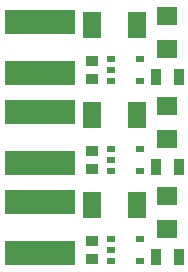
<source format=gtp>
G04 (created by PCBNEW (2013-june-11)-stable) date Thu 23 Jan 2014 03:09:13 PM PST*
%MOIN*%
G04 Gerber Fmt 3.4, Leading zero omitted, Abs format*
%FSLAX34Y34*%
G01*
G70*
G90*
G04 APERTURE LIST*
%ADD10C,0.00590551*%
%ADD11R,0.0314961X0.0216535*%
%ADD12R,0.035X0.055*%
%ADD13R,0.23622X0.0787402*%
%ADD14R,0.063X0.0866*%
%ADD15R,0.071X0.063*%
%ADD16R,0.0394X0.0354*%
G04 APERTURE END LIST*
G54D10*
G54D11*
X95377Y-35124D03*
X95377Y-34750D03*
X95377Y-34375D03*
X96322Y-35124D03*
X96322Y-34375D03*
X95377Y-32124D03*
X95377Y-31750D03*
X95377Y-31375D03*
X96322Y-32124D03*
X96322Y-31375D03*
X95377Y-38124D03*
X95377Y-37750D03*
X95377Y-37375D03*
X96322Y-38124D03*
X96322Y-37375D03*
G54D12*
X96875Y-32000D03*
X97625Y-32000D03*
X96875Y-35000D03*
X97625Y-35000D03*
X96875Y-38000D03*
X97625Y-38000D03*
G54D13*
X93000Y-31846D03*
X93000Y-30153D03*
X93000Y-34846D03*
X93000Y-33153D03*
X93000Y-37846D03*
X93000Y-36153D03*
G54D14*
X94752Y-33250D03*
X96248Y-33250D03*
X94752Y-36250D03*
X96248Y-36250D03*
X94752Y-30250D03*
X96248Y-30250D03*
G54D15*
X97250Y-37050D03*
X97250Y-35950D03*
X97250Y-34050D03*
X97250Y-32950D03*
X97250Y-31050D03*
X97250Y-29950D03*
G54D16*
X94750Y-37454D03*
X94750Y-38046D03*
X94750Y-34454D03*
X94750Y-35046D03*
X94750Y-31454D03*
X94750Y-32046D03*
M02*

</source>
